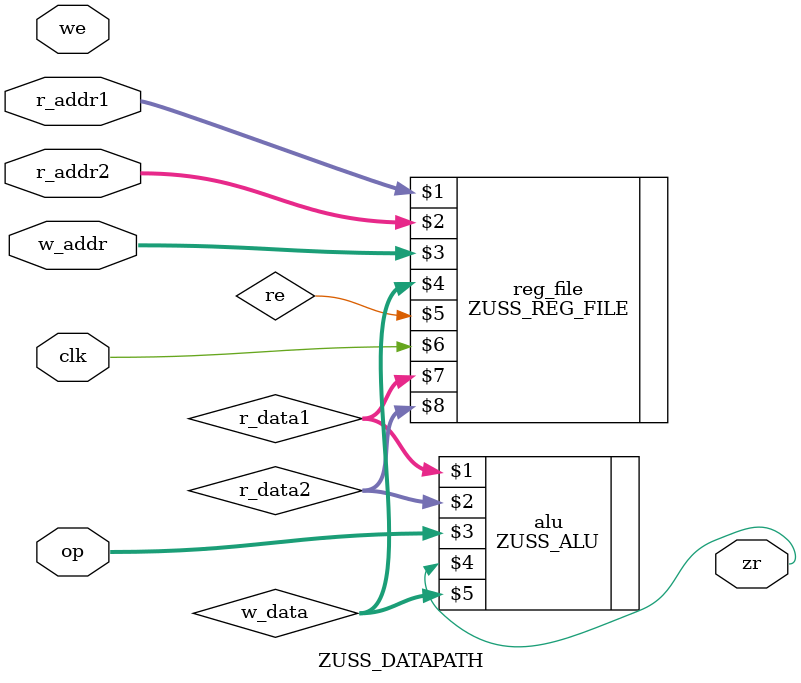
<source format=v>
`include "reg_file.v"
`include "alu.v"

module ZUSS_DATAPATH(
  input [4:0] r_addr1, r_addr2, w_addr,
  input [4:0] op,
  input       we, clk,
  output      zr
);

  wire [31:0] r_data1, r_data2, w_data;

  ZUSS_REG_FILE reg_file(r_addr1, r_addr2, w_addr, w_data, re, clk, r_data1, r_data2);
  ZUSS_ALU      alu(r_data1, r_data2, op, zr, w_data);
endmodule

</source>
